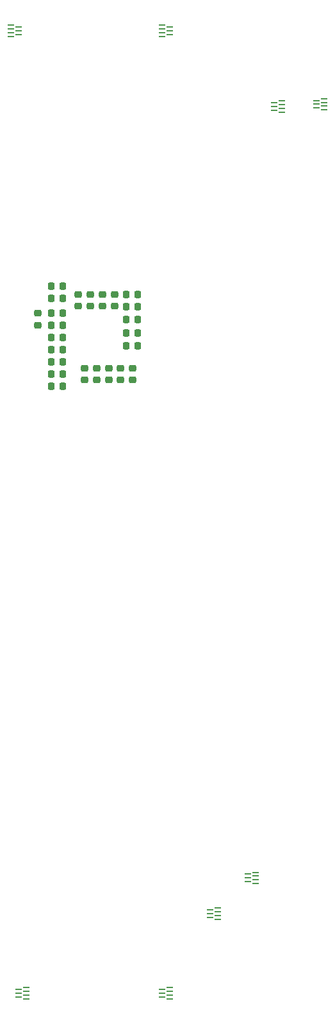
<source format=gbr>
%TF.GenerationSoftware,KiCad,Pcbnew,7.0.2*%
%TF.CreationDate,2023-10-19T22:38:52-04:00*%
%TF.ProjectId,usbc-car-module,75736263-2d63-4617-922d-6d6f64756c65,rev?*%
%TF.SameCoordinates,Original*%
%TF.FileFunction,Paste,Bot*%
%TF.FilePolarity,Positive*%
%FSLAX46Y46*%
G04 Gerber Fmt 4.6, Leading zero omitted, Abs format (unit mm)*
G04 Created by KiCad (PCBNEW 7.0.2) date 2023-10-19 22:38:52*
%MOMM*%
%LPD*%
G01*
G04 APERTURE LIST*
G04 Aperture macros list*
%AMRoundRect*
0 Rectangle with rounded corners*
0 $1 Rounding radius*
0 $2 $3 $4 $5 $6 $7 $8 $9 X,Y pos of 4 corners*
0 Add a 4 corners polygon primitive as box body*
4,1,4,$2,$3,$4,$5,$6,$7,$8,$9,$2,$3,0*
0 Add four circle primitives for the rounded corners*
1,1,$1+$1,$2,$3*
1,1,$1+$1,$4,$5*
1,1,$1+$1,$6,$7*
1,1,$1+$1,$8,$9*
0 Add four rect primitives between the rounded corners*
20,1,$1+$1,$2,$3,$4,$5,0*
20,1,$1+$1,$4,$5,$6,$7,0*
20,1,$1+$1,$6,$7,$8,$9,0*
20,1,$1+$1,$8,$9,$2,$3,0*%
G04 Aperture macros list end*
%ADD10RoundRect,0.225000X-0.250000X0.225000X-0.250000X-0.225000X0.250000X-0.225000X0.250000X0.225000X0*%
%ADD11RoundRect,0.225000X-0.225000X-0.250000X0.225000X-0.250000X0.225000X0.250000X-0.225000X0.250000X0*%
%ADD12R,0.812800X0.203200*%
%ADD13RoundRect,0.225000X0.250000X-0.225000X0.250000X0.225000X-0.250000X0.225000X-0.250000X-0.225000X0*%
%ADD14RoundRect,0.225000X0.225000X0.250000X-0.225000X0.250000X-0.225000X-0.250000X0.225000X-0.250000X0*%
G04 APERTURE END LIST*
D10*
%TO.C,C53*%
X52512500Y-73700000D03*
X52512500Y-75250000D03*
%TD*%
%TO.C,C60*%
X61912500Y-80900000D03*
X61912500Y-82450000D03*
%TD*%
D11*
%TO.C,C62*%
X64237500Y-72775000D03*
X65787500Y-72775000D03*
%TD*%
%TO.C,C54*%
X64237500Y-71175000D03*
X65787500Y-71175000D03*
%TD*%
D12*
%TO.C,D35*%
X69017200Y-37150001D03*
X69017200Y-36650000D03*
X69017200Y-36150000D03*
X69017200Y-35649999D03*
X70007800Y-35899874D03*
X70007800Y-36400000D03*
X70007800Y-36900126D03*
%TD*%
D11*
%TO.C,C73*%
X54337500Y-70075000D03*
X55887500Y-70075000D03*
%TD*%
D12*
%TO.C,D14*%
X70007800Y-162649999D03*
X70007800Y-163150000D03*
X70007800Y-163650000D03*
X70007800Y-164150001D03*
X69017200Y-163900126D03*
X69017200Y-163400000D03*
X69017200Y-162899874D03*
%TD*%
%TO.C,D21*%
X76307800Y-152149999D03*
X76307800Y-152650000D03*
X76307800Y-153150000D03*
X76307800Y-153650001D03*
X75317200Y-153400126D03*
X75317200Y-152900000D03*
X75317200Y-152399874D03*
%TD*%
D11*
%TO.C,C66*%
X54337500Y-76875000D03*
X55887500Y-76875000D03*
%TD*%
D13*
%TO.C,C68*%
X63512500Y-82450000D03*
X63512500Y-80900000D03*
%TD*%
D11*
%TO.C,C70*%
X54337500Y-83275000D03*
X55887500Y-83275000D03*
%TD*%
%TO.C,C67*%
X64237500Y-76275000D03*
X65787500Y-76275000D03*
%TD*%
D14*
%TO.C,C64*%
X55887500Y-75275000D03*
X54337500Y-75275000D03*
%TD*%
D12*
%TO.C,D20*%
X90403100Y-45349873D03*
X90403100Y-45849874D03*
X90403100Y-46349874D03*
X90403100Y-46849875D03*
X89412500Y-46600000D03*
X89412500Y-46099874D03*
X89412500Y-45599748D03*
%TD*%
D13*
%TO.C,C65*%
X59512500Y-72750000D03*
X59512500Y-71200000D03*
%TD*%
D14*
%TO.C,C59*%
X65787500Y-77975000D03*
X64237500Y-77975000D03*
%TD*%
D10*
%TO.C,C74*%
X61112500Y-71200000D03*
X61112500Y-72750000D03*
%TD*%
D13*
%TO.C,C56*%
X57912500Y-72750000D03*
X57912500Y-71200000D03*
%TD*%
D11*
%TO.C,C63*%
X54337500Y-73675000D03*
X55887500Y-73675000D03*
%TD*%
D12*
%TO.C,D19*%
X84803100Y-45649999D03*
X84803100Y-46150000D03*
X84803100Y-46650000D03*
X84803100Y-47150001D03*
X83812500Y-46900126D03*
X83812500Y-46400000D03*
X83812500Y-45899874D03*
%TD*%
%TO.C,D22*%
X81303100Y-147449873D03*
X81303100Y-147949874D03*
X81303100Y-148449874D03*
X81303100Y-148949875D03*
X80312500Y-148700000D03*
X80312500Y-148199874D03*
X80312500Y-147699748D03*
%TD*%
D10*
%TO.C,C71*%
X60312500Y-80900000D03*
X60312500Y-82450000D03*
%TD*%
%TO.C,C69*%
X58712500Y-80900000D03*
X58712500Y-82450000D03*
%TD*%
D14*
%TO.C,C55*%
X65787500Y-74475000D03*
X64237500Y-74475000D03*
%TD*%
D12*
%TO.C,D13*%
X49017200Y-37150001D03*
X49017200Y-36650000D03*
X49017200Y-36150000D03*
X49017200Y-35649999D03*
X50007800Y-35899874D03*
X50007800Y-36400000D03*
X50007800Y-36900126D03*
%TD*%
D11*
%TO.C,C78*%
X54337500Y-80075000D03*
X55887500Y-80075000D03*
%TD*%
D10*
%TO.C,C77*%
X65112500Y-80900000D03*
X65112500Y-82450000D03*
%TD*%
D11*
%TO.C,C75*%
X54337500Y-71675000D03*
X55887500Y-71675000D03*
%TD*%
%TO.C,C72*%
X54337500Y-78475000D03*
X55887500Y-78475000D03*
%TD*%
D10*
%TO.C,C76*%
X62712500Y-71200000D03*
X62712500Y-72750000D03*
%TD*%
D12*
%TO.C,D8*%
X51007800Y-162649999D03*
X51007800Y-163150000D03*
X51007800Y-163650000D03*
X51007800Y-164150001D03*
X50017200Y-163900126D03*
X50017200Y-163400000D03*
X50017200Y-162899874D03*
%TD*%
D11*
%TO.C,C61*%
X54337500Y-81675000D03*
X55887500Y-81675000D03*
%TD*%
M02*

</source>
